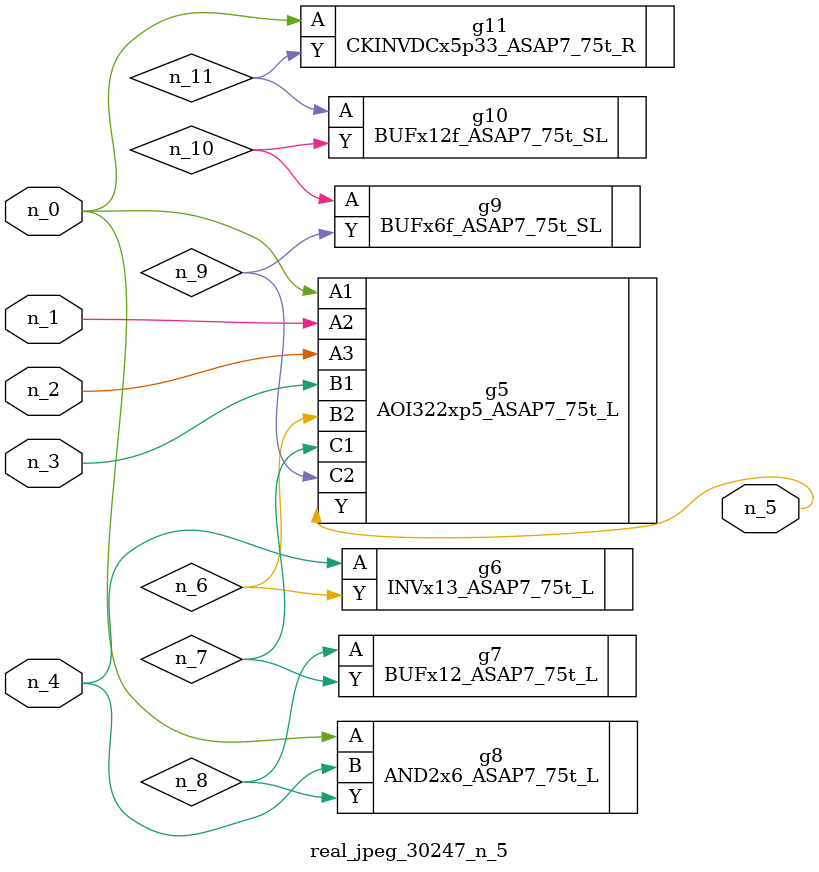
<source format=v>
module real_jpeg_30247_n_5 (n_4, n_0, n_1, n_2, n_3, n_5);

input n_4;
input n_0;
input n_1;
input n_2;
input n_3;

output n_5;

wire n_8;
wire n_11;
wire n_6;
wire n_7;
wire n_10;
wire n_9;

AOI322xp5_ASAP7_75t_L g5 ( 
.A1(n_0),
.A2(n_1),
.A3(n_2),
.B1(n_3),
.B2(n_6),
.C1(n_7),
.C2(n_9),
.Y(n_5)
);

AND2x6_ASAP7_75t_L g8 ( 
.A(n_0),
.B(n_4),
.Y(n_8)
);

CKINVDCx5p33_ASAP7_75t_R g11 ( 
.A(n_0),
.Y(n_11)
);

INVx13_ASAP7_75t_L g6 ( 
.A(n_4),
.Y(n_6)
);

BUFx12_ASAP7_75t_L g7 ( 
.A(n_8),
.Y(n_7)
);

BUFx6f_ASAP7_75t_SL g9 ( 
.A(n_10),
.Y(n_9)
);

BUFx12f_ASAP7_75t_SL g10 ( 
.A(n_11),
.Y(n_10)
);


endmodule
</source>
